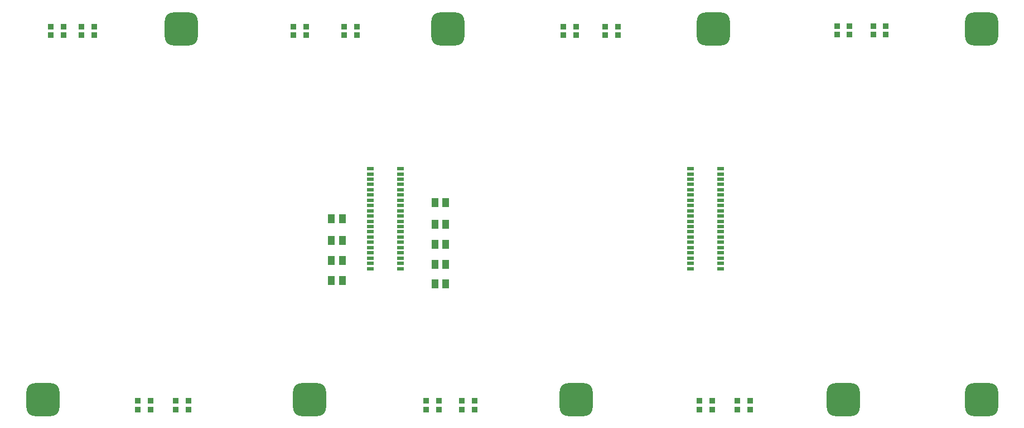
<source format=gtp>
G04*
G04 #@! TF.GenerationSoftware,Altium Limited,Altium Designer,20.0.11 (256)*
G04*
G04 Layer_Color=8421504*
%FSLAX25Y25*%
%MOIN*%
G70*
G01*
G75*
%ADD14R,0.03937X0.05709*%
%ADD15R,0.04331X0.01968*%
%ADD16R,0.03740X0.03347*%
G04:AMPARAMS|DCode=17|XSize=196.85mil|YSize=196.85mil|CornerRadius=49.21mil|HoleSize=0mil|Usage=FLASHONLY|Rotation=0.000|XOffset=0mil|YOffset=0mil|HoleType=Round|Shape=RoundedRectangle|*
%AMROUNDEDRECTD17*
21,1,0.19685,0.09843,0,0,0.0*
21,1,0.09843,0.19685,0,0,0.0*
1,1,0.09843,0.04921,-0.04921*
1,1,0.09843,-0.04921,-0.04921*
1,1,0.09843,-0.04921,0.04921*
1,1,0.09843,0.04921,0.04921*
%
%ADD17ROUNDEDRECTD17*%
D14*
X202461Y127756D02*
D03*
X208957D02*
D03*
X202461Y114764D02*
D03*
X208957D02*
D03*
X202461Y102854D02*
D03*
X208957D02*
D03*
X202461Y90945D02*
D03*
X208957D02*
D03*
X270669Y137500D02*
D03*
X264173D02*
D03*
X270669Y124508D02*
D03*
X264173D02*
D03*
X270669Y112598D02*
D03*
X264173D02*
D03*
X270669Y100689D02*
D03*
X264173D02*
D03*
X270669Y88779D02*
D03*
X264173D02*
D03*
D15*
X417123Y157874D02*
D03*
X434924D02*
D03*
X417123Y154724D02*
D03*
X434924D02*
D03*
X417123Y151575D02*
D03*
X434924D02*
D03*
X417123Y148425D02*
D03*
X434924D02*
D03*
X417123Y145276D02*
D03*
X434924D02*
D03*
X417123Y142126D02*
D03*
X434924D02*
D03*
X417123Y138976D02*
D03*
X434924D02*
D03*
X417123Y135827D02*
D03*
X434924D02*
D03*
X417123Y132677D02*
D03*
X434924D02*
D03*
X417123Y129528D02*
D03*
X434924D02*
D03*
X417123Y126378D02*
D03*
X434924D02*
D03*
X417123Y123228D02*
D03*
X434924D02*
D03*
X417123Y120079D02*
D03*
X434924D02*
D03*
X417123Y116929D02*
D03*
X434924D02*
D03*
X417123Y113780D02*
D03*
X434924D02*
D03*
X417123Y110630D02*
D03*
X434924D02*
D03*
X417123Y107480D02*
D03*
X434924D02*
D03*
X417123Y104331D02*
D03*
X434924D02*
D03*
X417123Y101181D02*
D03*
X434924D02*
D03*
X417123Y98032D02*
D03*
X434924D02*
D03*
X225785Y157874D02*
D03*
X243585D02*
D03*
X225785Y154724D02*
D03*
X243585D02*
D03*
X225785Y151575D02*
D03*
X243585D02*
D03*
X225785Y148425D02*
D03*
X243585D02*
D03*
X225785Y145276D02*
D03*
X243585D02*
D03*
X225785Y142126D02*
D03*
X243585D02*
D03*
X225785Y138976D02*
D03*
X243585D02*
D03*
X225785Y135827D02*
D03*
X243585D02*
D03*
X225785Y132677D02*
D03*
X243585D02*
D03*
X225785Y129528D02*
D03*
X243585D02*
D03*
X225785Y126378D02*
D03*
X243585D02*
D03*
X225785Y123228D02*
D03*
X243585D02*
D03*
X225785Y120079D02*
D03*
X243585D02*
D03*
X225785Y116929D02*
D03*
X243585D02*
D03*
X225785Y113780D02*
D03*
X243585D02*
D03*
X225785Y110630D02*
D03*
X243585D02*
D03*
X225785Y107480D02*
D03*
X243585D02*
D03*
X225785Y104331D02*
D03*
X243585D02*
D03*
X225785Y101181D02*
D03*
X243585D02*
D03*
X225785Y98032D02*
D03*
X243585D02*
D03*
D16*
X280413Y13681D02*
D03*
Y18799D02*
D03*
X444980Y13681D02*
D03*
Y18799D02*
D03*
X266634Y13681D02*
D03*
Y18799D02*
D03*
X42224Y242913D02*
D03*
Y237795D02*
D03*
X512106Y243307D02*
D03*
Y238189D02*
D03*
X109350Y13681D02*
D03*
Y18799D02*
D03*
X53051Y242913D02*
D03*
Y237795D02*
D03*
X210039Y242913D02*
D03*
Y237795D02*
D03*
X526181Y243307D02*
D03*
Y238189D02*
D03*
X429823Y13681D02*
D03*
Y18799D02*
D03*
X365945Y242913D02*
D03*
Y237795D02*
D03*
X348622Y242913D02*
D03*
Y237795D02*
D03*
X187303Y242913D02*
D03*
Y237795D02*
D03*
X94193Y13681D02*
D03*
Y18799D02*
D03*
X287992Y13681D02*
D03*
Y18799D02*
D03*
X452559Y13681D02*
D03*
Y18799D02*
D03*
X259055Y13681D02*
D03*
Y18799D02*
D03*
X34646Y242913D02*
D03*
Y237795D02*
D03*
X504528Y243307D02*
D03*
Y238189D02*
D03*
X116929Y13681D02*
D03*
Y18799D02*
D03*
X60630Y242913D02*
D03*
Y237795D02*
D03*
X217618Y242913D02*
D03*
Y237795D02*
D03*
X533760Y243307D02*
D03*
Y238189D02*
D03*
X422244Y13681D02*
D03*
Y18799D02*
D03*
X373524Y242913D02*
D03*
Y237795D02*
D03*
X341043Y242913D02*
D03*
Y237795D02*
D03*
X179724Y242913D02*
D03*
Y237795D02*
D03*
X86614Y13681D02*
D03*
Y18799D02*
D03*
D17*
X590925Y19673D02*
D03*
Y241721D02*
D03*
X508248Y19673D02*
D03*
X430500Y241721D02*
D03*
X348799Y19673D02*
D03*
X272028Y241721D02*
D03*
X189350Y19673D02*
D03*
X112579Y241721D02*
D03*
X29902Y19673D02*
D03*
M02*

</source>
